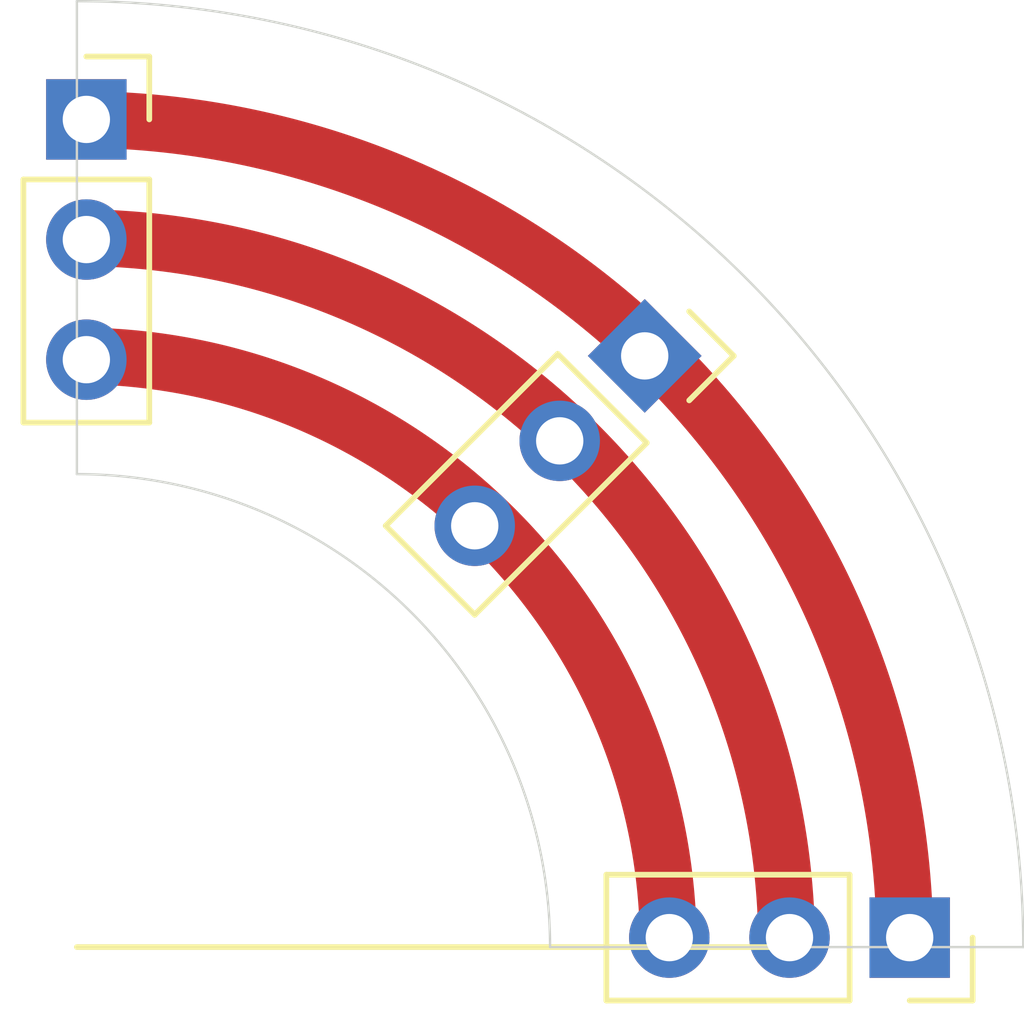
<source format=kicad_pcb>
(kicad_pcb (version 20171130) (host pcbnew "(5.1.2)-1")

  (general
    (thickness 1.6)
    (drawings 8)
    (tracks 0)
    (zones 0)
    (modules 3)
    (nets 4)
  )

  (page A4)
  (layers
    (0 F.Cu signal)
    (31 B.Cu signal)
    (32 B.Adhes user)
    (33 F.Adhes user)
    (34 B.Paste user)
    (35 F.Paste user)
    (36 B.SilkS user)
    (37 F.SilkS user)
    (38 B.Mask user)
    (39 F.Mask user)
    (40 Dwgs.User user)
    (41 Cmts.User user)
    (42 Eco1.User user)
    (43 Eco2.User user)
    (44 Edge.Cuts user)
    (45 Margin user)
    (46 B.CrtYd user)
    (47 F.CrtYd user)
    (48 B.Fab user)
    (49 F.Fab user)
  )

  (setup
    (last_trace_width 0.25)
    (user_trace_width 1.2)
    (trace_clearance 0.2)
    (zone_clearance 0.508)
    (zone_45_only yes)
    (trace_min 0.2)
    (via_size 0.8)
    (via_drill 0.4)
    (via_min_size 0.4)
    (via_min_drill 0.3)
    (uvia_size 0.3)
    (uvia_drill 0.1)
    (uvias_allowed no)
    (uvia_min_size 0.2)
    (uvia_min_drill 0.1)
    (edge_width 0.05)
    (segment_width 0.2)
    (pcb_text_width 0.3)
    (pcb_text_size 1.5 1.5)
    (mod_edge_width 0.12)
    (mod_text_size 1 1)
    (mod_text_width 0.15)
    (pad_size 1.524 1.524)
    (pad_drill 0.762)
    (pad_to_mask_clearance 0.051)
    (solder_mask_min_width 0.25)
    (aux_axis_origin 100 150)
    (visible_elements 7FFFFFFF)
    (pcbplotparams
      (layerselection 0x010f0_ffffffff)
      (usegerberextensions true)
      (usegerberattributes false)
      (usegerberadvancedattributes false)
      (creategerberjobfile false)
      (excludeedgelayer true)
      (linewidth 0.100000)
      (plotframeref false)
      (viasonmask false)
      (mode 1)
      (useauxorigin true)
      (hpglpennumber 1)
      (hpglpenspeed 20)
      (hpglpendiameter 15.000000)
      (psnegative false)
      (psa4output false)
      (plotreference false)
      (plotvalue false)
      (plotinvisibletext false)
      (padsonsilk false)
      (subtractmaskfromsilk true)
      (outputformat 1)
      (mirror false)
      (drillshape 0)
      (scaleselection 1)
      (outputdirectory "gerbers/"))
  )

  (net 0 "")
  (net 1 "Net-(J1-Pad2)")
  (net 2 "Net-(J1-Pad1)")
  (net 3 "Net-(J1-Pad3)")

  (net_class Default "This is the default net class."
    (clearance 0.2)
    (trace_width 0.25)
    (via_dia 0.8)
    (via_drill 0.4)
    (uvia_dia 0.3)
    (uvia_drill 0.1)
    (add_net "Net-(J1-Pad1)")
    (add_net "Net-(J1-Pad2)")
    (add_net "Net-(J1-Pad3)")
  )

  (module Connector_PinSocket_2.54mm:PinSocket_1x03_P2.54mm_Vertical (layer F.Cu) (tedit 5A19A429) (tstamp 5DD1F227)
    (at 117.6 149.8 270)
    (descr "Through hole straight socket strip, 1x03, 2.54mm pitch, single row (from Kicad 4.0.7), script generated")
    (tags "Through hole socket strip THT 1x03 2.54mm single row")
    (path /5DD1E1F2)
    (fp_text reference J3 (at 0 -2.77 90) (layer F.SilkS) hide
      (effects (font (size 1 1) (thickness 0.15)))
    )
    (fp_text value C (at 0 7.85 90) (layer F.Fab)
      (effects (font (size 1 1) (thickness 0.15)))
    )
    (fp_text user %R (at 0 2.54) (layer F.Fab)
      (effects (font (size 1 1) (thickness 0.15)))
    )
    (fp_line (start -1.8 6.85) (end -1.8 -1.8) (layer F.CrtYd) (width 0.05))
    (fp_line (start 1.75 6.85) (end -1.8 6.85) (layer F.CrtYd) (width 0.05))
    (fp_line (start 1.75 -1.8) (end 1.75 6.85) (layer F.CrtYd) (width 0.05))
    (fp_line (start -1.8 -1.8) (end 1.75 -1.8) (layer F.CrtYd) (width 0.05))
    (fp_line (start 0 -1.33) (end 1.33 -1.33) (layer F.SilkS) (width 0.12))
    (fp_line (start 1.33 -1.33) (end 1.33 0) (layer F.SilkS) (width 0.12))
    (fp_line (start 1.33 1.27) (end 1.33 6.41) (layer F.SilkS) (width 0.12))
    (fp_line (start -1.33 6.41) (end 1.33 6.41) (layer F.SilkS) (width 0.12))
    (fp_line (start -1.33 1.27) (end -1.33 6.41) (layer F.SilkS) (width 0.12))
    (fp_line (start -1.33 1.27) (end 1.33 1.27) (layer F.SilkS) (width 0.12))
    (fp_line (start -1.27 6.35) (end -1.27 -1.27) (layer F.Fab) (width 0.1))
    (fp_line (start 1.27 6.35) (end -1.27 6.35) (layer F.Fab) (width 0.1))
    (fp_line (start 1.27 -0.635) (end 1.27 6.35) (layer F.Fab) (width 0.1))
    (fp_line (start 0.635 -1.27) (end 1.27 -0.635) (layer F.Fab) (width 0.1))
    (fp_line (start -1.27 -1.27) (end 0.635 -1.27) (layer F.Fab) (width 0.1))
    (pad 3 thru_hole oval (at 0 5.08 270) (size 1.7 1.7) (drill 1) (layers *.Cu *.Mask)
      (net 3 "Net-(J1-Pad3)"))
    (pad 2 thru_hole oval (at 0 2.54 270) (size 1.7 1.7) (drill 1) (layers *.Cu *.Mask)
      (net 1 "Net-(J1-Pad2)"))
    (pad 1 thru_hole rect (at 0 0 270) (size 1.7 1.7) (drill 1) (layers *.Cu *.Mask)
      (net 2 "Net-(J1-Pad1)"))
    (model ${KISYS3DMOD}/Connector_PinSocket_2.54mm.3dshapes/PinSocket_1x03_P2.54mm_Vertical.wrl
      (at (xyz 0 0 0))
      (scale (xyz 1 1 1))
      (rotate (xyz 0 0 0))
    )
  )

  (module Connector_PinSocket_2.54mm:PinSocket_1x03_P2.54mm_Vertical (layer F.Cu) (tedit 5A19A429) (tstamp 5DD1F210)
    (at 112 137.5 315)
    (descr "Through hole straight socket strip, 1x03, 2.54mm pitch, single row (from Kicad 4.0.7), script generated")
    (tags "Through hole socket strip THT 1x03 2.54mm single row")
    (path /5DD1DEED)
    (fp_text reference J2 (at 0 -2.77 135) (layer F.SilkS) hide
      (effects (font (size 1 1) (thickness 0.15)))
    )
    (fp_text value C (at 0 7.85 135) (layer F.Fab)
      (effects (font (size 1 1) (thickness 0.15)))
    )
    (fp_text user %R (at 0 2.54 45) (layer F.Fab)
      (effects (font (size 1 1) (thickness 0.15)))
    )
    (fp_line (start -1.8 6.85) (end -1.8 -1.8) (layer F.CrtYd) (width 0.05))
    (fp_line (start 1.75 6.85) (end -1.8 6.85) (layer F.CrtYd) (width 0.05))
    (fp_line (start 1.75 -1.8) (end 1.75 6.85) (layer F.CrtYd) (width 0.05))
    (fp_line (start -1.8 -1.8) (end 1.75 -1.8) (layer F.CrtYd) (width 0.05))
    (fp_line (start 0 -1.33) (end 1.33 -1.33) (layer F.SilkS) (width 0.12))
    (fp_line (start 1.33 -1.33) (end 1.33 0) (layer F.SilkS) (width 0.12))
    (fp_line (start 1.33 1.27) (end 1.33 6.41) (layer F.SilkS) (width 0.12))
    (fp_line (start -1.33 6.41) (end 1.33 6.41) (layer F.SilkS) (width 0.12))
    (fp_line (start -1.33 1.27) (end -1.33 6.41) (layer F.SilkS) (width 0.12))
    (fp_line (start -1.33 1.27) (end 1.33 1.27) (layer F.SilkS) (width 0.12))
    (fp_line (start -1.27 6.35) (end -1.27 -1.27) (layer F.Fab) (width 0.1))
    (fp_line (start 1.27 6.35) (end -1.27 6.35) (layer F.Fab) (width 0.1))
    (fp_line (start 1.27 -0.635) (end 1.27 6.35) (layer F.Fab) (width 0.1))
    (fp_line (start 0.635 -1.27) (end 1.27 -0.635) (layer F.Fab) (width 0.1))
    (fp_line (start -1.27 -1.27) (end 0.635 -1.27) (layer F.Fab) (width 0.1))
    (pad 3 thru_hole oval (at 0 5.08 315) (size 1.7 1.7) (drill 1) (layers *.Cu *.Mask)
      (net 3 "Net-(J1-Pad3)"))
    (pad 2 thru_hole oval (at 0 2.54 315) (size 1.7 1.7) (drill 1) (layers *.Cu *.Mask)
      (net 1 "Net-(J1-Pad2)"))
    (pad 1 thru_hole rect (at 0 0 315) (size 1.7 1.7) (drill 1) (layers *.Cu *.Mask)
      (net 2 "Net-(J1-Pad1)"))
    (model ${KISYS3DMOD}/Connector_PinSocket_2.54mm.3dshapes/PinSocket_1x03_P2.54mm_Vertical.wrl
      (at (xyz 0 0 0))
      (scale (xyz 1 1 1))
      (rotate (xyz 0 0 0))
    )
  )

  (module Connector_PinSocket_2.54mm:PinSocket_1x03_P2.54mm_Vertical (layer F.Cu) (tedit 5A19A429) (tstamp 5DD1F1F9)
    (at 100.2 132.5)
    (descr "Through hole straight socket strip, 1x03, 2.54mm pitch, single row (from Kicad 4.0.7), script generated")
    (tags "Through hole socket strip THT 1x03 2.54mm single row")
    (path /5DD1D91C)
    (fp_text reference J1 (at 0 -2.77) (layer F.SilkS) hide
      (effects (font (size 1 1) (thickness 0.15)))
    )
    (fp_text value C (at 0 7.85) (layer F.Fab)
      (effects (font (size 1 1) (thickness 0.15)))
    )
    (fp_text user %R (at 0 2.54 90) (layer F.Fab)
      (effects (font (size 1 1) (thickness 0.15)))
    )
    (fp_line (start -1.8 6.85) (end -1.8 -1.8) (layer F.CrtYd) (width 0.05))
    (fp_line (start 1.75 6.85) (end -1.8 6.85) (layer F.CrtYd) (width 0.05))
    (fp_line (start 1.75 -1.8) (end 1.75 6.85) (layer F.CrtYd) (width 0.05))
    (fp_line (start -1.8 -1.8) (end 1.75 -1.8) (layer F.CrtYd) (width 0.05))
    (fp_line (start 0 -1.33) (end 1.33 -1.33) (layer F.SilkS) (width 0.12))
    (fp_line (start 1.33 -1.33) (end 1.33 0) (layer F.SilkS) (width 0.12))
    (fp_line (start 1.33 1.27) (end 1.33 6.41) (layer F.SilkS) (width 0.12))
    (fp_line (start -1.33 6.41) (end 1.33 6.41) (layer F.SilkS) (width 0.12))
    (fp_line (start -1.33 1.27) (end -1.33 6.41) (layer F.SilkS) (width 0.12))
    (fp_line (start -1.33 1.27) (end 1.33 1.27) (layer F.SilkS) (width 0.12))
    (fp_line (start -1.27 6.35) (end -1.27 -1.27) (layer F.Fab) (width 0.1))
    (fp_line (start 1.27 6.35) (end -1.27 6.35) (layer F.Fab) (width 0.1))
    (fp_line (start 1.27 -0.635) (end 1.27 6.35) (layer F.Fab) (width 0.1))
    (fp_line (start 0.635 -1.27) (end 1.27 -0.635) (layer F.Fab) (width 0.1))
    (fp_line (start -1.27 -1.27) (end 0.635 -1.27) (layer F.Fab) (width 0.1))
    (pad 3 thru_hole oval (at 0 5.08) (size 1.7 1.7) (drill 1) (layers *.Cu *.Mask)
      (net 3 "Net-(J1-Pad3)"))
    (pad 2 thru_hole oval (at 0 2.54) (size 1.7 1.7) (drill 1) (layers *.Cu *.Mask)
      (net 1 "Net-(J1-Pad2)"))
    (pad 1 thru_hole rect (at 0 0) (size 1.7 1.7) (drill 1) (layers *.Cu *.Mask)
      (net 2 "Net-(J1-Pad1)"))
    (model ${KISYS3DMOD}/Connector_PinSocket_2.54mm.3dshapes/PinSocket_1x03_P2.54mm_Vertical.wrl
      (at (xyz 0 0 0))
      (scale (xyz 1 1 1))
      (rotate (xyz 0 0 0))
    )
  )

  (gr_arc (start 100 150) (end 100 132.5) (angle 90) (layer F.Cu) (width 1.2))
  (gr_arc (start 100 150) (end 100 135) (angle 90) (layer F.Cu) (width 1.2))
  (gr_arc (start 100 150) (end 100 137.5) (angle 90) (layer F.Cu) (width 1.2))
  (gr_line (start 100 150) (end 115 150) (angle 90) (layer F.SilkS) (width 0.12))
  (gr_line (start 110 150) (end 120 150) (layer Edge.Cuts) (width 0.05) (tstamp 5DD1F161))
  (gr_line (start 100 130) (end 100 140) (layer Edge.Cuts) (width 0.05) (tstamp 5DD1F160))
  (gr_arc (start 100 150) (end 120 150) (angle -90) (layer Edge.Cuts) (width 0.05))
  (gr_arc (start 100 150) (end 110 150) (angle -90) (layer Edge.Cuts) (width 0.05))

  (zone (net 0) (net_name "") (layer F.Mask) (tstamp 5DD368E3) (hatch edge 0.508)
    (connect_pads (clearance 0.508))
    (min_thickness 0.254)
    (fill yes (arc_segments 32) (thermal_gap 0.508) (thermal_bridge_width 0.508))
    (polygon
      (pts
        (xy 100 130) (xy 100 150) (xy 120 150) (xy 120 130)
      )
    )
    (filled_polygon
      (pts
        (xy 102.684665 130.181005) (xy 103.571138 130.321408) (xy 104.450419 130.501442) (xy 105.320737 130.720743) (xy 106.18034 130.97887)
        (xy 107.027496 131.275303) (xy 107.860501 131.609445) (xy 108.677675 131.980623) (xy 109.477373 132.388089) (xy 110.257986 132.831024)
        (xy 111.01794 133.308535) (xy 111.755705 133.81966) (xy 112.469796 134.36337) (xy 113.158775 134.938571) (xy 113.821253 135.544103)
        (xy 114.455897 136.178747) (xy 115.061429 136.841225) (xy 115.63663 137.530204) (xy 116.18034 138.244295) (xy 116.691465 138.98206)
        (xy 117.168976 139.742014) (xy 117.611911 140.522627) (xy 118.019377 141.322325) (xy 118.390555 142.139499) (xy 118.724697 142.972504)
        (xy 119.02113 143.81966) (xy 119.279257 144.679263) (xy 119.498558 145.549581) (xy 119.678592 146.428862) (xy 119.818995 147.315335)
        (xy 119.873 147.794641) (xy 119.873 149.873) (xy 109.996009 149.873) (xy 109.980267 149.372095) (xy 109.921147 148.746668)
        (xy 109.822873 148.126187) (xy 109.685832 147.513101) (xy 109.510565 146.90983) (xy 109.297765 146.318754) (xy 109.048271 145.742207)
        (xy 108.763067 145.182463) (xy 108.443279 144.641732) (xy 108.09017 144.122147) (xy 107.705132 143.62576) (xy 107.289686 143.154529)
        (xy 106.845471 142.710314) (xy 106.37424 142.294868) (xy 105.877853 141.90983) (xy 105.358268 141.556721) (xy 104.817537 141.236933)
        (xy 104.257793 140.951729) (xy 103.681246 140.702235) (xy 103.09017 140.489435) (xy 102.486899 140.314168) (xy 101.873813 140.177127)
        (xy 101.253332 140.078853) (xy 100.627905 140.019733) (xy 100.127 140.003991) (xy 100.127 130.127) (xy 102.205359 130.127)
      )
    )
  )
)

</source>
